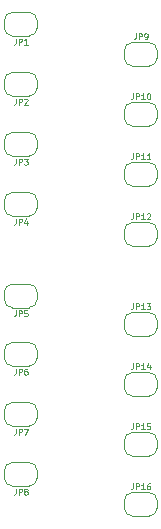
<source format=gbr>
G04 #@! TF.GenerationSoftware,KiCad,Pcbnew,5.1.5-52549c5~84~ubuntu18.04.1*
G04 #@! TF.CreationDate,2020-01-14T19:02:19-08:00*
G04 #@! TF.ProjectId,somos_dielectrode_v1.0,736f6d6f-735f-4646-9965-6c656374726f,rev?*
G04 #@! TF.SameCoordinates,Original*
G04 #@! TF.FileFunction,Legend,Top*
G04 #@! TF.FilePolarity,Positive*
%FSLAX46Y46*%
G04 Gerber Fmt 4.6, Leading zero omitted, Abs format (unit mm)*
G04 Created by KiCad (PCBNEW 5.1.5-52549c5~84~ubuntu18.04.1) date 2020-01-14 19:02:19*
%MOMM*%
%LPD*%
G04 APERTURE LIST*
%ADD10C,0.050000*%
G04 APERTURE END LIST*
D10*
X144080000Y-86090000D02*
G75*
G02X143380000Y-85390000I0J700000D01*
G01*
X143380000Y-84790000D02*
G75*
G02X144080000Y-84090000I700000J0D01*
G01*
X145480000Y-84090000D02*
G75*
G02X146180000Y-84790000I0J-700000D01*
G01*
X146180000Y-85390000D02*
G75*
G02X145480000Y-86090000I-700000J0D01*
G01*
X146180000Y-84790000D02*
X146180000Y-85390000D01*
X144080000Y-84090000D02*
X145480000Y-84090000D01*
X143380000Y-85390000D02*
X143380000Y-84790000D01*
X145480000Y-86090000D02*
X144080000Y-86090000D01*
X144080000Y-81000000D02*
G75*
G02X143380000Y-80300000I0J700000D01*
G01*
X143380000Y-79700000D02*
G75*
G02X144080000Y-79000000I700000J0D01*
G01*
X145480000Y-79000000D02*
G75*
G02X146180000Y-79700000I0J-700000D01*
G01*
X146180000Y-80300000D02*
G75*
G02X145480000Y-81000000I-700000J0D01*
G01*
X146180000Y-79700000D02*
X146180000Y-80300000D01*
X144080000Y-79000000D02*
X145480000Y-79000000D01*
X143380000Y-80300000D02*
X143380000Y-79700000D01*
X145480000Y-81000000D02*
X144080000Y-81000000D01*
X144080000Y-91170000D02*
G75*
G02X143380000Y-90470000I0J700000D01*
G01*
X143380000Y-89870000D02*
G75*
G02X144080000Y-89170000I700000J0D01*
G01*
X145480000Y-89170000D02*
G75*
G02X146180000Y-89870000I0J-700000D01*
G01*
X146180000Y-90470000D02*
G75*
G02X145480000Y-91170000I-700000J0D01*
G01*
X146180000Y-89870000D02*
X146180000Y-90470000D01*
X144080000Y-89170000D02*
X145480000Y-89170000D01*
X143380000Y-90470000D02*
X143380000Y-89870000D01*
X145480000Y-91170000D02*
X144080000Y-91170000D01*
X144080000Y-96250000D02*
G75*
G02X143380000Y-95550000I0J700000D01*
G01*
X143380000Y-94950000D02*
G75*
G02X144080000Y-94250000I700000J0D01*
G01*
X145480000Y-94250000D02*
G75*
G02X146180000Y-94950000I0J-700000D01*
G01*
X146180000Y-95550000D02*
G75*
G02X145480000Y-96250000I-700000J0D01*
G01*
X146180000Y-94950000D02*
X146180000Y-95550000D01*
X144080000Y-94250000D02*
X145480000Y-94250000D01*
X143380000Y-95550000D02*
X143380000Y-94950000D01*
X145480000Y-96250000D02*
X144080000Y-96250000D01*
X144080000Y-104000000D02*
G75*
G02X143380000Y-103300000I0J700000D01*
G01*
X143380000Y-102700000D02*
G75*
G02X144080000Y-102000000I700000J0D01*
G01*
X145480000Y-102000000D02*
G75*
G02X146180000Y-102700000I0J-700000D01*
G01*
X146180000Y-103300000D02*
G75*
G02X145480000Y-104000000I-700000J0D01*
G01*
X146180000Y-102700000D02*
X146180000Y-103300000D01*
X144080000Y-102000000D02*
X145480000Y-102000000D01*
X143380000Y-103300000D02*
X143380000Y-102700000D01*
X145480000Y-104000000D02*
X144080000Y-104000000D01*
X144080000Y-108950000D02*
G75*
G02X143380000Y-108250000I0J700000D01*
G01*
X143380000Y-107650000D02*
G75*
G02X144080000Y-106950000I700000J0D01*
G01*
X145480000Y-106950000D02*
G75*
G02X146180000Y-107650000I0J-700000D01*
G01*
X146180000Y-108250000D02*
G75*
G02X145480000Y-108950000I-700000J0D01*
G01*
X146180000Y-107650000D02*
X146180000Y-108250000D01*
X144080000Y-106950000D02*
X145480000Y-106950000D01*
X143380000Y-108250000D02*
X143380000Y-107650000D01*
X145480000Y-108950000D02*
X144080000Y-108950000D01*
X144080000Y-114030000D02*
G75*
G02X143380000Y-113330000I0J700000D01*
G01*
X143380000Y-112730000D02*
G75*
G02X144080000Y-112030000I700000J0D01*
G01*
X145480000Y-112030000D02*
G75*
G02X146180000Y-112730000I0J-700000D01*
G01*
X146180000Y-113330000D02*
G75*
G02X145480000Y-114030000I-700000J0D01*
G01*
X146180000Y-112730000D02*
X146180000Y-113330000D01*
X144080000Y-112030000D02*
X145480000Y-112030000D01*
X143380000Y-113330000D02*
X143380000Y-112730000D01*
X145480000Y-114030000D02*
X144080000Y-114030000D01*
X144080000Y-119110000D02*
G75*
G02X143380000Y-118410000I0J700000D01*
G01*
X143380000Y-117810000D02*
G75*
G02X144080000Y-117110000I700000J0D01*
G01*
X145480000Y-117110000D02*
G75*
G02X146180000Y-117810000I0J-700000D01*
G01*
X146180000Y-118410000D02*
G75*
G02X145480000Y-119110000I-700000J0D01*
G01*
X146180000Y-117810000D02*
X146180000Y-118410000D01*
X144080000Y-117110000D02*
X145480000Y-117110000D01*
X143380000Y-118410000D02*
X143380000Y-117810000D01*
X145480000Y-119110000D02*
X144080000Y-119110000D01*
X155640000Y-81550000D02*
G75*
G02X156340000Y-82250000I0J-700000D01*
G01*
X156340000Y-82850000D02*
G75*
G02X155640000Y-83550000I-700000J0D01*
G01*
X154240000Y-83550000D02*
G75*
G02X153540000Y-82850000I0J700000D01*
G01*
X153540000Y-82250000D02*
G75*
G02X154240000Y-81550000I700000J0D01*
G01*
X153540000Y-82850000D02*
X153540000Y-82250000D01*
X155640000Y-83550000D02*
X154240000Y-83550000D01*
X156340000Y-82250000D02*
X156340000Y-82850000D01*
X154240000Y-81550000D02*
X155640000Y-81550000D01*
X155640000Y-86630000D02*
G75*
G02X156340000Y-87330000I0J-700000D01*
G01*
X156340000Y-87930000D02*
G75*
G02X155640000Y-88630000I-700000J0D01*
G01*
X154240000Y-88630000D02*
G75*
G02X153540000Y-87930000I0J700000D01*
G01*
X153540000Y-87330000D02*
G75*
G02X154240000Y-86630000I700000J0D01*
G01*
X153540000Y-87930000D02*
X153540000Y-87330000D01*
X155640000Y-88630000D02*
X154240000Y-88630000D01*
X156340000Y-87330000D02*
X156340000Y-87930000D01*
X154240000Y-86630000D02*
X155640000Y-86630000D01*
X155640000Y-91710000D02*
G75*
G02X156340000Y-92410000I0J-700000D01*
G01*
X156340000Y-93010000D02*
G75*
G02X155640000Y-93710000I-700000J0D01*
G01*
X154240000Y-93710000D02*
G75*
G02X153540000Y-93010000I0J700000D01*
G01*
X153540000Y-92410000D02*
G75*
G02X154240000Y-91710000I700000J0D01*
G01*
X153540000Y-93010000D02*
X153540000Y-92410000D01*
X155640000Y-93710000D02*
X154240000Y-93710000D01*
X156340000Y-92410000D02*
X156340000Y-93010000D01*
X154240000Y-91710000D02*
X155640000Y-91710000D01*
X155640000Y-104410000D02*
G75*
G02X156340000Y-105110000I0J-700000D01*
G01*
X156340000Y-105710000D02*
G75*
G02X155640000Y-106410000I-700000J0D01*
G01*
X154240000Y-106410000D02*
G75*
G02X153540000Y-105710000I0J700000D01*
G01*
X153540000Y-105110000D02*
G75*
G02X154240000Y-104410000I700000J0D01*
G01*
X153540000Y-105710000D02*
X153540000Y-105110000D01*
X155640000Y-106410000D02*
X154240000Y-106410000D01*
X156340000Y-105110000D02*
X156340000Y-105710000D01*
X154240000Y-104410000D02*
X155640000Y-104410000D01*
X155640000Y-109490000D02*
G75*
G02X156340000Y-110190000I0J-700000D01*
G01*
X156340000Y-110790000D02*
G75*
G02X155640000Y-111490000I-700000J0D01*
G01*
X154240000Y-111490000D02*
G75*
G02X153540000Y-110790000I0J700000D01*
G01*
X153540000Y-110190000D02*
G75*
G02X154240000Y-109490000I700000J0D01*
G01*
X153540000Y-110790000D02*
X153540000Y-110190000D01*
X155640000Y-111490000D02*
X154240000Y-111490000D01*
X156340000Y-110190000D02*
X156340000Y-110790000D01*
X154240000Y-109490000D02*
X155640000Y-109490000D01*
X155640000Y-114570000D02*
G75*
G02X156340000Y-115270000I0J-700000D01*
G01*
X156340000Y-115870000D02*
G75*
G02X155640000Y-116570000I-700000J0D01*
G01*
X154240000Y-116570000D02*
G75*
G02X153540000Y-115870000I0J700000D01*
G01*
X153540000Y-115270000D02*
G75*
G02X154240000Y-114570000I700000J0D01*
G01*
X153540000Y-115870000D02*
X153540000Y-115270000D01*
X155640000Y-116570000D02*
X154240000Y-116570000D01*
X156340000Y-115270000D02*
X156340000Y-115870000D01*
X154240000Y-114570000D02*
X155640000Y-114570000D01*
X155640000Y-119650000D02*
G75*
G02X156340000Y-120350000I0J-700000D01*
G01*
X156340000Y-120950000D02*
G75*
G02X155640000Y-121650000I-700000J0D01*
G01*
X154240000Y-121650000D02*
G75*
G02X153540000Y-120950000I0J700000D01*
G01*
X153540000Y-120350000D02*
G75*
G02X154240000Y-119650000I700000J0D01*
G01*
X153540000Y-120950000D02*
X153540000Y-120350000D01*
X155640000Y-121650000D02*
X154240000Y-121650000D01*
X156340000Y-120350000D02*
X156340000Y-120950000D01*
X154240000Y-119650000D02*
X155640000Y-119650000D01*
X155640000Y-96790000D02*
G75*
G02X156340000Y-97490000I0J-700000D01*
G01*
X156340000Y-98090000D02*
G75*
G02X155640000Y-98790000I-700000J0D01*
G01*
X154240000Y-98790000D02*
G75*
G02X153540000Y-98090000I0J700000D01*
G01*
X153540000Y-97490000D02*
G75*
G02X154240000Y-96790000I700000J0D01*
G01*
X153540000Y-98090000D02*
X153540000Y-97490000D01*
X155640000Y-98790000D02*
X154240000Y-98790000D01*
X156340000Y-97490000D02*
X156340000Y-98090000D01*
X154240000Y-96790000D02*
X155640000Y-96790000D01*
X144363333Y-86316190D02*
X144363333Y-86673333D01*
X144339523Y-86744761D01*
X144291904Y-86792380D01*
X144220476Y-86816190D01*
X144172857Y-86816190D01*
X144601428Y-86816190D02*
X144601428Y-86316190D01*
X144791904Y-86316190D01*
X144839523Y-86340000D01*
X144863333Y-86363809D01*
X144887142Y-86411428D01*
X144887142Y-86482857D01*
X144863333Y-86530476D01*
X144839523Y-86554285D01*
X144791904Y-86578095D01*
X144601428Y-86578095D01*
X145077619Y-86363809D02*
X145101428Y-86340000D01*
X145149047Y-86316190D01*
X145268095Y-86316190D01*
X145315714Y-86340000D01*
X145339523Y-86363809D01*
X145363333Y-86411428D01*
X145363333Y-86459047D01*
X145339523Y-86530476D01*
X145053809Y-86816190D01*
X145363333Y-86816190D01*
X144363333Y-81226190D02*
X144363333Y-81583333D01*
X144339523Y-81654761D01*
X144291904Y-81702380D01*
X144220476Y-81726190D01*
X144172857Y-81726190D01*
X144601428Y-81726190D02*
X144601428Y-81226190D01*
X144791904Y-81226190D01*
X144839523Y-81250000D01*
X144863333Y-81273809D01*
X144887142Y-81321428D01*
X144887142Y-81392857D01*
X144863333Y-81440476D01*
X144839523Y-81464285D01*
X144791904Y-81488095D01*
X144601428Y-81488095D01*
X145363333Y-81726190D02*
X145077619Y-81726190D01*
X145220476Y-81726190D02*
X145220476Y-81226190D01*
X145172857Y-81297619D01*
X145125238Y-81345238D01*
X145077619Y-81369047D01*
X144363333Y-91396190D02*
X144363333Y-91753333D01*
X144339523Y-91824761D01*
X144291904Y-91872380D01*
X144220476Y-91896190D01*
X144172857Y-91896190D01*
X144601428Y-91896190D02*
X144601428Y-91396190D01*
X144791904Y-91396190D01*
X144839523Y-91420000D01*
X144863333Y-91443809D01*
X144887142Y-91491428D01*
X144887142Y-91562857D01*
X144863333Y-91610476D01*
X144839523Y-91634285D01*
X144791904Y-91658095D01*
X144601428Y-91658095D01*
X145053809Y-91396190D02*
X145363333Y-91396190D01*
X145196666Y-91586666D01*
X145268095Y-91586666D01*
X145315714Y-91610476D01*
X145339523Y-91634285D01*
X145363333Y-91681904D01*
X145363333Y-91800952D01*
X145339523Y-91848571D01*
X145315714Y-91872380D01*
X145268095Y-91896190D01*
X145125238Y-91896190D01*
X145077619Y-91872380D01*
X145053809Y-91848571D01*
X144363333Y-96476190D02*
X144363333Y-96833333D01*
X144339523Y-96904761D01*
X144291904Y-96952380D01*
X144220476Y-96976190D01*
X144172857Y-96976190D01*
X144601428Y-96976190D02*
X144601428Y-96476190D01*
X144791904Y-96476190D01*
X144839523Y-96500000D01*
X144863333Y-96523809D01*
X144887142Y-96571428D01*
X144887142Y-96642857D01*
X144863333Y-96690476D01*
X144839523Y-96714285D01*
X144791904Y-96738095D01*
X144601428Y-96738095D01*
X145315714Y-96642857D02*
X145315714Y-96976190D01*
X145196666Y-96452380D02*
X145077619Y-96809523D01*
X145387142Y-96809523D01*
X144363333Y-104226190D02*
X144363333Y-104583333D01*
X144339523Y-104654761D01*
X144291904Y-104702380D01*
X144220476Y-104726190D01*
X144172857Y-104726190D01*
X144601428Y-104726190D02*
X144601428Y-104226190D01*
X144791904Y-104226190D01*
X144839523Y-104250000D01*
X144863333Y-104273809D01*
X144887142Y-104321428D01*
X144887142Y-104392857D01*
X144863333Y-104440476D01*
X144839523Y-104464285D01*
X144791904Y-104488095D01*
X144601428Y-104488095D01*
X145339523Y-104226190D02*
X145101428Y-104226190D01*
X145077619Y-104464285D01*
X145101428Y-104440476D01*
X145149047Y-104416666D01*
X145268095Y-104416666D01*
X145315714Y-104440476D01*
X145339523Y-104464285D01*
X145363333Y-104511904D01*
X145363333Y-104630952D01*
X145339523Y-104678571D01*
X145315714Y-104702380D01*
X145268095Y-104726190D01*
X145149047Y-104726190D01*
X145101428Y-104702380D01*
X145077619Y-104678571D01*
X144363333Y-109176190D02*
X144363333Y-109533333D01*
X144339523Y-109604761D01*
X144291904Y-109652380D01*
X144220476Y-109676190D01*
X144172857Y-109676190D01*
X144601428Y-109676190D02*
X144601428Y-109176190D01*
X144791904Y-109176190D01*
X144839523Y-109200000D01*
X144863333Y-109223809D01*
X144887142Y-109271428D01*
X144887142Y-109342857D01*
X144863333Y-109390476D01*
X144839523Y-109414285D01*
X144791904Y-109438095D01*
X144601428Y-109438095D01*
X145315714Y-109176190D02*
X145220476Y-109176190D01*
X145172857Y-109200000D01*
X145149047Y-109223809D01*
X145101428Y-109295238D01*
X145077619Y-109390476D01*
X145077619Y-109580952D01*
X145101428Y-109628571D01*
X145125238Y-109652380D01*
X145172857Y-109676190D01*
X145268095Y-109676190D01*
X145315714Y-109652380D01*
X145339523Y-109628571D01*
X145363333Y-109580952D01*
X145363333Y-109461904D01*
X145339523Y-109414285D01*
X145315714Y-109390476D01*
X145268095Y-109366666D01*
X145172857Y-109366666D01*
X145125238Y-109390476D01*
X145101428Y-109414285D01*
X145077619Y-109461904D01*
X144363333Y-114256190D02*
X144363333Y-114613333D01*
X144339523Y-114684761D01*
X144291904Y-114732380D01*
X144220476Y-114756190D01*
X144172857Y-114756190D01*
X144601428Y-114756190D02*
X144601428Y-114256190D01*
X144791904Y-114256190D01*
X144839523Y-114280000D01*
X144863333Y-114303809D01*
X144887142Y-114351428D01*
X144887142Y-114422857D01*
X144863333Y-114470476D01*
X144839523Y-114494285D01*
X144791904Y-114518095D01*
X144601428Y-114518095D01*
X145053809Y-114256190D02*
X145387142Y-114256190D01*
X145172857Y-114756190D01*
X144363333Y-119336190D02*
X144363333Y-119693333D01*
X144339523Y-119764761D01*
X144291904Y-119812380D01*
X144220476Y-119836190D01*
X144172857Y-119836190D01*
X144601428Y-119836190D02*
X144601428Y-119336190D01*
X144791904Y-119336190D01*
X144839523Y-119360000D01*
X144863333Y-119383809D01*
X144887142Y-119431428D01*
X144887142Y-119502857D01*
X144863333Y-119550476D01*
X144839523Y-119574285D01*
X144791904Y-119598095D01*
X144601428Y-119598095D01*
X145172857Y-119550476D02*
X145125238Y-119526666D01*
X145101428Y-119502857D01*
X145077619Y-119455238D01*
X145077619Y-119431428D01*
X145101428Y-119383809D01*
X145125238Y-119360000D01*
X145172857Y-119336190D01*
X145268095Y-119336190D01*
X145315714Y-119360000D01*
X145339523Y-119383809D01*
X145363333Y-119431428D01*
X145363333Y-119455238D01*
X145339523Y-119502857D01*
X145315714Y-119526666D01*
X145268095Y-119550476D01*
X145172857Y-119550476D01*
X145125238Y-119574285D01*
X145101428Y-119598095D01*
X145077619Y-119645714D01*
X145077619Y-119740952D01*
X145101428Y-119788571D01*
X145125238Y-119812380D01*
X145172857Y-119836190D01*
X145268095Y-119836190D01*
X145315714Y-119812380D01*
X145339523Y-119788571D01*
X145363333Y-119740952D01*
X145363333Y-119645714D01*
X145339523Y-119598095D01*
X145315714Y-119574285D01*
X145268095Y-119550476D01*
X154523333Y-80776190D02*
X154523333Y-81133333D01*
X154499523Y-81204761D01*
X154451904Y-81252380D01*
X154380476Y-81276190D01*
X154332857Y-81276190D01*
X154761428Y-81276190D02*
X154761428Y-80776190D01*
X154951904Y-80776190D01*
X154999523Y-80800000D01*
X155023333Y-80823809D01*
X155047142Y-80871428D01*
X155047142Y-80942857D01*
X155023333Y-80990476D01*
X154999523Y-81014285D01*
X154951904Y-81038095D01*
X154761428Y-81038095D01*
X155285238Y-81276190D02*
X155380476Y-81276190D01*
X155428095Y-81252380D01*
X155451904Y-81228571D01*
X155499523Y-81157142D01*
X155523333Y-81061904D01*
X155523333Y-80871428D01*
X155499523Y-80823809D01*
X155475714Y-80800000D01*
X155428095Y-80776190D01*
X155332857Y-80776190D01*
X155285238Y-80800000D01*
X155261428Y-80823809D01*
X155237619Y-80871428D01*
X155237619Y-80990476D01*
X155261428Y-81038095D01*
X155285238Y-81061904D01*
X155332857Y-81085714D01*
X155428095Y-81085714D01*
X155475714Y-81061904D01*
X155499523Y-81038095D01*
X155523333Y-80990476D01*
X154285238Y-85856190D02*
X154285238Y-86213333D01*
X154261428Y-86284761D01*
X154213809Y-86332380D01*
X154142380Y-86356190D01*
X154094761Y-86356190D01*
X154523333Y-86356190D02*
X154523333Y-85856190D01*
X154713809Y-85856190D01*
X154761428Y-85880000D01*
X154785238Y-85903809D01*
X154809047Y-85951428D01*
X154809047Y-86022857D01*
X154785238Y-86070476D01*
X154761428Y-86094285D01*
X154713809Y-86118095D01*
X154523333Y-86118095D01*
X155285238Y-86356190D02*
X154999523Y-86356190D01*
X155142380Y-86356190D02*
X155142380Y-85856190D01*
X155094761Y-85927619D01*
X155047142Y-85975238D01*
X154999523Y-85999047D01*
X155594761Y-85856190D02*
X155642380Y-85856190D01*
X155690000Y-85880000D01*
X155713809Y-85903809D01*
X155737619Y-85951428D01*
X155761428Y-86046666D01*
X155761428Y-86165714D01*
X155737619Y-86260952D01*
X155713809Y-86308571D01*
X155690000Y-86332380D01*
X155642380Y-86356190D01*
X155594761Y-86356190D01*
X155547142Y-86332380D01*
X155523333Y-86308571D01*
X155499523Y-86260952D01*
X155475714Y-86165714D01*
X155475714Y-86046666D01*
X155499523Y-85951428D01*
X155523333Y-85903809D01*
X155547142Y-85880000D01*
X155594761Y-85856190D01*
X154285238Y-90936190D02*
X154285238Y-91293333D01*
X154261428Y-91364761D01*
X154213809Y-91412380D01*
X154142380Y-91436190D01*
X154094761Y-91436190D01*
X154523333Y-91436190D02*
X154523333Y-90936190D01*
X154713809Y-90936190D01*
X154761428Y-90960000D01*
X154785238Y-90983809D01*
X154809047Y-91031428D01*
X154809047Y-91102857D01*
X154785238Y-91150476D01*
X154761428Y-91174285D01*
X154713809Y-91198095D01*
X154523333Y-91198095D01*
X155285238Y-91436190D02*
X154999523Y-91436190D01*
X155142380Y-91436190D02*
X155142380Y-90936190D01*
X155094761Y-91007619D01*
X155047142Y-91055238D01*
X154999523Y-91079047D01*
X155761428Y-91436190D02*
X155475714Y-91436190D01*
X155618571Y-91436190D02*
X155618571Y-90936190D01*
X155570952Y-91007619D01*
X155523333Y-91055238D01*
X155475714Y-91079047D01*
X154285238Y-103636190D02*
X154285238Y-103993333D01*
X154261428Y-104064761D01*
X154213809Y-104112380D01*
X154142380Y-104136190D01*
X154094761Y-104136190D01*
X154523333Y-104136190D02*
X154523333Y-103636190D01*
X154713809Y-103636190D01*
X154761428Y-103660000D01*
X154785238Y-103683809D01*
X154809047Y-103731428D01*
X154809047Y-103802857D01*
X154785238Y-103850476D01*
X154761428Y-103874285D01*
X154713809Y-103898095D01*
X154523333Y-103898095D01*
X155285238Y-104136190D02*
X154999523Y-104136190D01*
X155142380Y-104136190D02*
X155142380Y-103636190D01*
X155094761Y-103707619D01*
X155047142Y-103755238D01*
X154999523Y-103779047D01*
X155451904Y-103636190D02*
X155761428Y-103636190D01*
X155594761Y-103826666D01*
X155666190Y-103826666D01*
X155713809Y-103850476D01*
X155737619Y-103874285D01*
X155761428Y-103921904D01*
X155761428Y-104040952D01*
X155737619Y-104088571D01*
X155713809Y-104112380D01*
X155666190Y-104136190D01*
X155523333Y-104136190D01*
X155475714Y-104112380D01*
X155451904Y-104088571D01*
X154285238Y-108716190D02*
X154285238Y-109073333D01*
X154261428Y-109144761D01*
X154213809Y-109192380D01*
X154142380Y-109216190D01*
X154094761Y-109216190D01*
X154523333Y-109216190D02*
X154523333Y-108716190D01*
X154713809Y-108716190D01*
X154761428Y-108740000D01*
X154785238Y-108763809D01*
X154809047Y-108811428D01*
X154809047Y-108882857D01*
X154785238Y-108930476D01*
X154761428Y-108954285D01*
X154713809Y-108978095D01*
X154523333Y-108978095D01*
X155285238Y-109216190D02*
X154999523Y-109216190D01*
X155142380Y-109216190D02*
X155142380Y-108716190D01*
X155094761Y-108787619D01*
X155047142Y-108835238D01*
X154999523Y-108859047D01*
X155713809Y-108882857D02*
X155713809Y-109216190D01*
X155594761Y-108692380D02*
X155475714Y-109049523D01*
X155785238Y-109049523D01*
X154285238Y-113796190D02*
X154285238Y-114153333D01*
X154261428Y-114224761D01*
X154213809Y-114272380D01*
X154142380Y-114296190D01*
X154094761Y-114296190D01*
X154523333Y-114296190D02*
X154523333Y-113796190D01*
X154713809Y-113796190D01*
X154761428Y-113820000D01*
X154785238Y-113843809D01*
X154809047Y-113891428D01*
X154809047Y-113962857D01*
X154785238Y-114010476D01*
X154761428Y-114034285D01*
X154713809Y-114058095D01*
X154523333Y-114058095D01*
X155285238Y-114296190D02*
X154999523Y-114296190D01*
X155142380Y-114296190D02*
X155142380Y-113796190D01*
X155094761Y-113867619D01*
X155047142Y-113915238D01*
X154999523Y-113939047D01*
X155737619Y-113796190D02*
X155499523Y-113796190D01*
X155475714Y-114034285D01*
X155499523Y-114010476D01*
X155547142Y-113986666D01*
X155666190Y-113986666D01*
X155713809Y-114010476D01*
X155737619Y-114034285D01*
X155761428Y-114081904D01*
X155761428Y-114200952D01*
X155737619Y-114248571D01*
X155713809Y-114272380D01*
X155666190Y-114296190D01*
X155547142Y-114296190D01*
X155499523Y-114272380D01*
X155475714Y-114248571D01*
X154285238Y-118876190D02*
X154285238Y-119233333D01*
X154261428Y-119304761D01*
X154213809Y-119352380D01*
X154142380Y-119376190D01*
X154094761Y-119376190D01*
X154523333Y-119376190D02*
X154523333Y-118876190D01*
X154713809Y-118876190D01*
X154761428Y-118900000D01*
X154785238Y-118923809D01*
X154809047Y-118971428D01*
X154809047Y-119042857D01*
X154785238Y-119090476D01*
X154761428Y-119114285D01*
X154713809Y-119138095D01*
X154523333Y-119138095D01*
X155285238Y-119376190D02*
X154999523Y-119376190D01*
X155142380Y-119376190D02*
X155142380Y-118876190D01*
X155094761Y-118947619D01*
X155047142Y-118995238D01*
X154999523Y-119019047D01*
X155713809Y-118876190D02*
X155618571Y-118876190D01*
X155570952Y-118900000D01*
X155547142Y-118923809D01*
X155499523Y-118995238D01*
X155475714Y-119090476D01*
X155475714Y-119280952D01*
X155499523Y-119328571D01*
X155523333Y-119352380D01*
X155570952Y-119376190D01*
X155666190Y-119376190D01*
X155713809Y-119352380D01*
X155737619Y-119328571D01*
X155761428Y-119280952D01*
X155761428Y-119161904D01*
X155737619Y-119114285D01*
X155713809Y-119090476D01*
X155666190Y-119066666D01*
X155570952Y-119066666D01*
X155523333Y-119090476D01*
X155499523Y-119114285D01*
X155475714Y-119161904D01*
X154285238Y-96016190D02*
X154285238Y-96373333D01*
X154261428Y-96444761D01*
X154213809Y-96492380D01*
X154142380Y-96516190D01*
X154094761Y-96516190D01*
X154523333Y-96516190D02*
X154523333Y-96016190D01*
X154713809Y-96016190D01*
X154761428Y-96040000D01*
X154785238Y-96063809D01*
X154809047Y-96111428D01*
X154809047Y-96182857D01*
X154785238Y-96230476D01*
X154761428Y-96254285D01*
X154713809Y-96278095D01*
X154523333Y-96278095D01*
X155285238Y-96516190D02*
X154999523Y-96516190D01*
X155142380Y-96516190D02*
X155142380Y-96016190D01*
X155094761Y-96087619D01*
X155047142Y-96135238D01*
X154999523Y-96159047D01*
X155475714Y-96063809D02*
X155499523Y-96040000D01*
X155547142Y-96016190D01*
X155666190Y-96016190D01*
X155713809Y-96040000D01*
X155737619Y-96063809D01*
X155761428Y-96111428D01*
X155761428Y-96159047D01*
X155737619Y-96230476D01*
X155451904Y-96516190D01*
X155761428Y-96516190D01*
M02*

</source>
